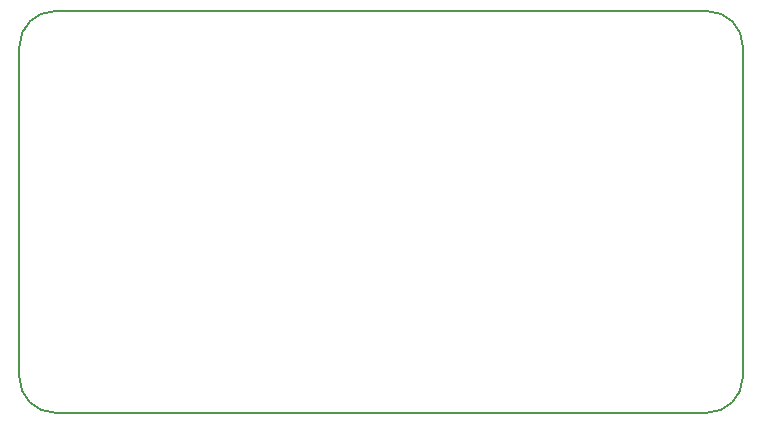
<source format=gbr>
%TF.GenerationSoftware,KiCad,Pcbnew,8.0.2-8.0.2-0~ubuntu22.04.1*%
%TF.CreationDate,2024-05-17T14:26:05+02:00*%
%TF.ProjectId,qclock,71636c6f-636b-42e6-9b69-6361645f7063,rev?*%
%TF.SameCoordinates,Original*%
%TF.FileFunction,Profile,NP*%
%FSLAX46Y46*%
G04 Gerber Fmt 4.6, Leading zero omitted, Abs format (unit mm)*
G04 Created by KiCad (PCBNEW 8.0.2-8.0.2-0~ubuntu22.04.1) date 2024-05-17 14:26:05*
%MOMM*%
%LPD*%
G01*
G04 APERTURE LIST*
%TA.AperFunction,Profile*%
%ADD10C,0.200000*%
%TD*%
G04 APERTURE END LIST*
D10*
X115500000Y-69000000D02*
X170750000Y-69000000D01*
X173750000Y-100000000D02*
G75*
G02*
X170750000Y-103000000I-3000000J0D01*
G01*
X173750000Y-72000000D02*
X173750000Y-100000000D01*
X112500000Y-100000000D02*
X112500000Y-72000000D01*
X112500000Y-72000000D02*
G75*
G02*
X115500000Y-69000000I3000000J0D01*
G01*
X170750000Y-69000000D02*
G75*
G02*
X173750000Y-72000000I0J-3000000D01*
G01*
X170750000Y-103000000D02*
X115500000Y-103000000D01*
X115500000Y-103000000D02*
G75*
G02*
X112500000Y-100000000I0J3000000D01*
G01*
M02*

</source>
